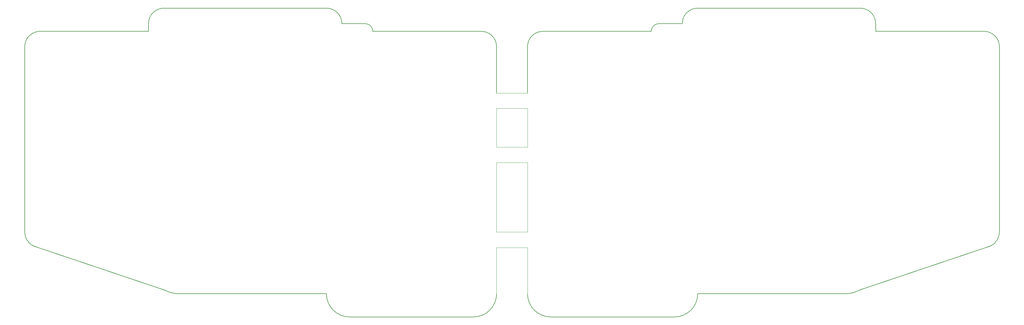
<source format=gm1>
G04 #@! TF.GenerationSoftware,KiCad,Pcbnew,7.0.8*
G04 #@! TF.CreationDate,2023-11-24T19:43:22+09:00*
G04 #@! TF.ProjectId,scene46aio,7363656e-6534-4366-9169-6f2e6b696361,rev?*
G04 #@! TF.SameCoordinates,Original*
G04 #@! TF.FileFunction,Profile,NP*
%FSLAX46Y46*%
G04 Gerber Fmt 4.6, Leading zero omitted, Abs format (unit mm)*
G04 Created by KiCad (PCBNEW 7.0.8) date 2023-11-24 19:43:22*
%MOMM*%
%LPD*%
G01*
G04 APERTURE LIST*
G04 #@! TA.AperFunction,Profile*
%ADD10C,0.100000*%
G04 #@! TD*
G04 #@! TA.AperFunction,Profile*
%ADD11C,0.200000*%
G04 #@! TD*
G04 APERTURE END LIST*
D10*
X130968750Y-95250000D02*
X130968750Y-109537500D01*
X121443750Y-95250000D02*
X121443750Y-109537500D01*
X121443750Y-69056250D02*
X121443750Y-90487500D01*
X130968750Y-69056250D02*
X130968750Y-90487500D01*
X130968750Y-52387500D02*
X130968750Y-64293750D01*
X121443750Y-52387500D02*
X121443750Y-64293750D01*
X121443750Y-95250000D02*
X130968750Y-95250000D01*
X121443750Y-90487500D02*
X130968750Y-90487500D01*
X130968750Y-69056250D02*
X121443750Y-69056250D01*
X121443750Y-64293750D02*
X130968750Y-64293750D01*
X121443750Y-52387500D02*
X130968750Y-52387500D01*
X121443750Y-47625000D02*
X130968750Y-47625000D01*
D11*
X169068750Y-28575000D02*
X135731250Y-28575000D01*
X171450000Y-26193750D02*
G75*
G03*
X169068750Y-28575000I0J-2381250D01*
G01*
X171450000Y-26193750D02*
X178593750Y-26193750D01*
X183356250Y-21431250D02*
G75*
G03*
X178593750Y-26193750I0J-4762500D01*
G01*
X183356249Y-21431251D02*
X233362499Y-21431251D01*
X238124999Y-28575001D02*
X238124999Y-26193751D01*
X238124999Y-26193751D02*
G75*
G03*
X233362499Y-21431251I-4762500J0D01*
G01*
X238124999Y-28575001D02*
X271462499Y-28575001D01*
X276224999Y-33337501D02*
G75*
G03*
X271462499Y-28575001I-4762500J0D01*
G01*
X276225000Y-33337500D02*
X276225000Y-90487500D01*
X273592355Y-94747209D02*
G75*
G03*
X276225000Y-90487500I-2129855J4259709D01*
G01*
X273592355Y-94747209D02*
X232859709Y-108531919D01*
X228600000Y-109537500D02*
G75*
G03*
X232859709Y-108531919I-6J9525023D01*
G01*
X228600000Y-109537500D02*
X183356250Y-109537500D01*
X176212499Y-116681249D02*
G75*
G03*
X183356249Y-109537499I0J7143750D01*
G01*
X176212500Y-116681250D02*
X138112500Y-116681250D01*
X130968750Y-109537500D02*
G75*
G03*
X138112500Y-116681250I7143750J0D01*
G01*
X130968750Y-33337500D02*
X130968750Y-47625000D01*
X135731250Y-28575000D02*
G75*
G03*
X130968750Y-33337500I0J-4762500D01*
G01*
X19552791Y-108531919D02*
X-21179855Y-94747209D01*
X19552791Y-108531919D02*
G75*
G03*
X23812500Y-109537500I4259710J8519417D01*
G01*
X-23812499Y-90487500D02*
G75*
G03*
X-21179855Y-94747208I4762499J0D01*
G01*
X69056250Y-109537500D02*
X23812500Y-109537500D01*
X114300000Y-116681250D02*
X76200000Y-116681250D01*
X69056250Y-109537500D02*
G75*
G03*
X76200000Y-116681250I7143749J-1D01*
G01*
X114300000Y-116681250D02*
G75*
G03*
X121443750Y-109537500I1J7143749D01*
G01*
X121443750Y-33337500D02*
X121443750Y-47625000D01*
X83343750Y-28575000D02*
G75*
G03*
X80962500Y-26193750I-2381249J1D01*
G01*
X116681250Y-28575000D02*
X83343750Y-28575000D01*
X121443750Y-33337500D02*
G75*
G03*
X116681250Y-28575000I-4762499J1D01*
G01*
X73818750Y-26193750D02*
X80962500Y-26193750D01*
X73818750Y-26193750D02*
G75*
G03*
X69056250Y-21431250I-4762499J1D01*
G01*
X19050000Y-21431250D02*
X69056250Y-21431250D01*
X14287500Y-28575000D02*
X14287500Y-26193750D01*
X-19050000Y-28575000D02*
X14287500Y-28575000D01*
X19050000Y-21431250D02*
G75*
G03*
X14287500Y-26193750I-1J-4762499D01*
G01*
X-23812500Y-33337500D02*
X-23812500Y-90487500D01*
X-19050000Y-28575000D02*
G75*
G03*
X-23812500Y-33337500I-1J-4762499D01*
G01*
M02*

</source>
